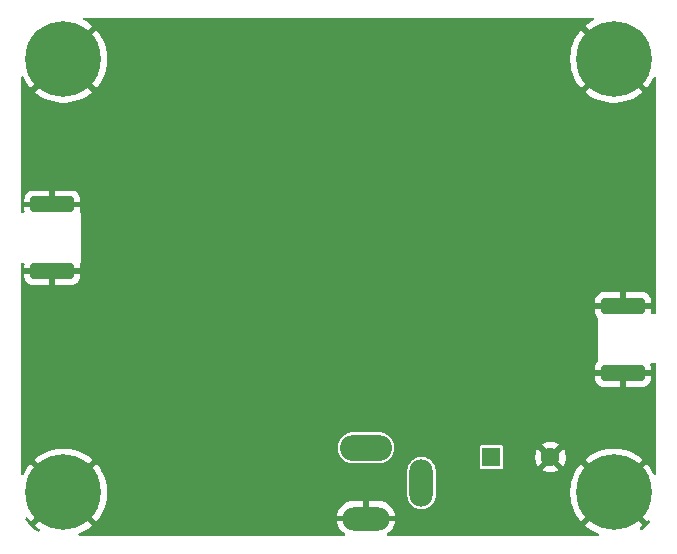
<source format=gbr>
%TF.GenerationSoftware,KiCad,Pcbnew,9.0.3*%
%TF.CreationDate,2025-07-25T20:49:55+05:30*%
%TF.ProjectId,HF-PA-v10,48462d50-412d-4763-9130-2e6b69636164,rev?*%
%TF.SameCoordinates,Original*%
%TF.FileFunction,Copper,L2,Bot*%
%TF.FilePolarity,Positive*%
%FSLAX46Y46*%
G04 Gerber Fmt 4.6, Leading zero omitted, Abs format (unit mm)*
G04 Created by KiCad (PCBNEW 9.0.3) date 2025-07-25 20:49:55*
%MOMM*%
%LPD*%
G01*
G04 APERTURE LIST*
G04 Aperture macros list*
%AMRoundRect*
0 Rectangle with rounded corners*
0 $1 Rounding radius*
0 $2 $3 $4 $5 $6 $7 $8 $9 X,Y pos of 4 corners*
0 Add a 4 corners polygon primitive as box body*
4,1,4,$2,$3,$4,$5,$6,$7,$8,$9,$2,$3,0*
0 Add four circle primitives for the rounded corners*
1,1,$1+$1,$2,$3*
1,1,$1+$1,$4,$5*
1,1,$1+$1,$6,$7*
1,1,$1+$1,$8,$9*
0 Add four rect primitives between the rounded corners*
20,1,$1+$1,$2,$3,$4,$5,0*
20,1,$1+$1,$4,$5,$6,$7,0*
20,1,$1+$1,$6,$7,$8,$9,0*
20,1,$1+$1,$8,$9,$2,$3,0*%
G04 Aperture macros list end*
%TA.AperFunction,ComponentPad*%
%ADD10C,0.800000*%
%TD*%
%TA.AperFunction,ComponentPad*%
%ADD11C,6.400000*%
%TD*%
%TA.AperFunction,SMDPad,CuDef*%
%ADD12RoundRect,0.250000X1.600000X-0.425000X1.600000X0.425000X-1.600000X0.425000X-1.600000X-0.425000X0*%
%TD*%
%TA.AperFunction,ComponentPad*%
%ADD13O,4.400000X2.200000*%
%TD*%
%TA.AperFunction,ComponentPad*%
%ADD14O,4.000000X2.000000*%
%TD*%
%TA.AperFunction,ComponentPad*%
%ADD15O,2.000000X4.000000*%
%TD*%
%TA.AperFunction,SMDPad,CuDef*%
%ADD16RoundRect,0.250000X-1.600000X0.425000X-1.600000X-0.425000X1.600000X-0.425000X1.600000X0.425000X0*%
%TD*%
%TA.AperFunction,ComponentPad*%
%ADD17R,1.600000X1.600000*%
%TD*%
%TA.AperFunction,ComponentPad*%
%ADD18C,1.600000*%
%TD*%
%TA.AperFunction,ViaPad*%
%ADD19C,0.800000*%
%TD*%
G04 APERTURE END LIST*
D10*
%TO.P,H3,1,1*%
%TO.N,GND*%
X1310000Y-40260000D03*
X2012944Y-38562944D03*
X2012944Y-41957056D03*
X3710000Y-37860000D03*
D11*
X3710000Y-40260000D03*
D10*
X3710000Y-42660000D03*
X5407056Y-38562944D03*
X5407056Y-41957056D03*
X6110000Y-40260000D03*
%TD*%
D12*
%TO.P,RF_OUT1,2,Ext*%
%TO.N,GND*%
X51087500Y-24475000D03*
X51087500Y-30125000D03*
%TD*%
D13*
%TO.P,Power1,1*%
%TO.N,+VDC*%
X29320000Y-36465000D03*
D14*
%TO.P,Power1,2*%
%TO.N,GND*%
X29320000Y-42465000D03*
D15*
%TO.P,Power1,3*%
%TO.N,unconnected-(Power1-Pad3)*%
X34020000Y-39465000D03*
%TD*%
D10*
%TO.P,H4,1,1*%
%TO.N,GND*%
X47910000Y-40260000D03*
X48612944Y-38562944D03*
X48612944Y-41957056D03*
X50310000Y-37860000D03*
D11*
X50310000Y-40260000D03*
D10*
X50310000Y-42660000D03*
X52007056Y-38562944D03*
X52007056Y-41957056D03*
X52710000Y-40260000D03*
%TD*%
D16*
%TO.P,RF_IN1,2,Ext*%
%TO.N,GND*%
X2750000Y-21525000D03*
X2750000Y-15875000D03*
%TD*%
D17*
%TO.P,C6,1*%
%TO.N,+VDC*%
X39942349Y-37265000D03*
D18*
%TO.P,C6,2*%
%TO.N,GND*%
X44942349Y-37265000D03*
%TD*%
D10*
%TO.P,H1,1,1*%
%TO.N,GND*%
X1310000Y-3560000D03*
X2012944Y-1862944D03*
X2012944Y-5257056D03*
X3710000Y-1160000D03*
D11*
X3710000Y-3560000D03*
D10*
X3710000Y-5960000D03*
X5407056Y-1862944D03*
X5407056Y-5257056D03*
X6110000Y-3560000D03*
%TD*%
%TO.P,H2,1,1*%
%TO.N,GND*%
X47910000Y-3560000D03*
X48612944Y-1862944D03*
X48612944Y-5257056D03*
X50310000Y-1160000D03*
D11*
X50310000Y-3560000D03*
D10*
X50310000Y-5960000D03*
X52007056Y-1862944D03*
X52007056Y-5257056D03*
X52710000Y-3560000D03*
%TD*%
D19*
%TO.N,GND*%
X12750000Y-19750000D03*
X12750000Y-18950000D03*
X37485000Y-17160000D03*
X2700000Y-12300000D03*
X37470000Y-32910000D03*
X40360000Y-11760000D03*
X12775000Y-17450000D03*
X17070000Y-31710000D03*
X52360000Y-11010000D03*
X41410000Y-41910000D03*
X17010000Y-40160000D03*
X23135000Y-17160000D03*
X36035000Y-6160000D03*
X30285000Y-4760000D03*
X43760000Y-30110000D03*
X30160000Y-1960000D03*
X23610000Y-28900000D03*
X24435000Y-3460000D03*
X7295000Y-24730000D03*
X11560000Y-1960000D03*
X25910000Y-3460000D03*
X34535000Y-4760000D03*
X38985000Y-13060000D03*
X34585000Y-8510000D03*
X27485000Y-11760000D03*
X23135000Y-8510000D03*
X18490000Y-35090000D03*
X41835000Y-13060000D03*
X3800000Y-36100000D03*
X23135000Y-14460000D03*
X11565000Y-15500000D03*
X42260000Y-30110000D03*
X14010000Y-40160000D03*
X22110000Y-22950000D03*
X46310000Y-9460000D03*
X37410000Y-6160000D03*
X23135000Y-15760000D03*
X25985000Y-14460000D03*
X44660000Y-21760000D03*
X44560000Y-8510000D03*
X7295000Y-23240000D03*
X9280000Y-11790000D03*
X46160000Y-23260000D03*
X44660000Y-23260000D03*
X41835000Y-17160000D03*
X45260000Y-31610000D03*
X17070000Y-27160000D03*
X18410000Y-27160000D03*
X38885000Y-3460000D03*
X23060000Y-1960000D03*
X47810000Y-12510000D03*
X4200000Y-12300000D03*
X38885000Y-6160000D03*
X40360000Y-14460000D03*
X8265000Y-8540000D03*
X47810000Y-7960000D03*
X22110000Y-25900000D03*
X40130000Y-42920000D03*
X25985000Y-8510000D03*
X37485000Y-11760000D03*
X11570000Y-7370000D03*
X17185000Y-6210000D03*
X27435000Y-3460000D03*
X18410000Y-25960000D03*
X8010000Y-40160000D03*
X8250000Y-7490000D03*
X17020000Y-42590000D03*
X46310000Y-6460000D03*
X37485000Y-14460000D03*
X16970000Y-12260000D03*
X43185000Y-17160000D03*
X38985000Y-15760000D03*
X37485000Y-15760000D03*
X18410000Y-31710000D03*
X14310000Y-6210000D03*
X12845000Y-10120000D03*
X44660000Y-6160000D03*
X33110000Y-17160000D03*
X34585000Y-10160000D03*
X12845000Y-11620000D03*
X37410000Y-4760000D03*
X11610000Y-37200000D03*
X20190000Y-2890000D03*
X28810000Y-4760000D03*
X10370000Y-14460000D03*
X43185000Y-15760000D03*
X25110000Y-27400000D03*
X5300000Y-36100000D03*
X25970000Y-7460000D03*
X49520000Y-17010000D03*
X20610000Y-22950000D03*
X14480000Y-35210000D03*
X28745000Y-7460000D03*
X50885000Y-14010000D03*
X36010000Y-1960000D03*
X47710000Y-21760000D03*
X10295000Y-1960000D03*
X47810000Y-15510000D03*
X12510000Y-40160000D03*
X40385000Y-4760000D03*
X25985000Y-10160000D03*
X3820000Y-30150000D03*
X5700000Y-13800000D03*
X24435000Y-6210000D03*
X38970000Y-32910000D03*
X18470000Y-10760000D03*
X12510000Y-41360000D03*
X51020000Y-33090000D03*
X41760000Y-1960000D03*
X2700000Y-9350000D03*
X22140000Y-33140000D03*
X11610000Y-35700000D03*
X23610000Y-25900000D03*
X4220000Y-9350000D03*
X19970000Y-12260000D03*
X25130000Y-22950000D03*
X43170000Y-7460000D03*
X30220000Y-7460000D03*
X38985000Y-11760000D03*
X5820000Y-23240000D03*
X10295000Y-6210000D03*
X5320000Y-30150000D03*
X43185000Y-11760000D03*
X23060000Y-6210000D03*
X23630000Y-24450000D03*
X41410000Y-42910000D03*
X38885000Y-4760000D03*
X22110000Y-27400000D03*
X38985000Y-8510000D03*
X30285000Y-3460000D03*
X51310000Y-18710000D03*
X30285000Y-6160000D03*
X38910000Y-1960000D03*
X41835000Y-14460000D03*
X27485000Y-10160000D03*
X12835000Y-3460000D03*
X9280000Y-10190000D03*
X36085000Y-15760000D03*
X4200000Y-10800000D03*
X2700000Y-13800000D03*
X31735000Y-10160000D03*
X47810000Y-9460000D03*
X37470000Y-7460000D03*
X9205000Y-6240000D03*
X14320000Y-7370000D03*
X52810000Y-20210000D03*
X24510000Y-10160000D03*
X5700000Y-12300000D03*
X25140000Y-31640000D03*
X31720000Y-7460000D03*
X20160000Y-6210000D03*
X41835000Y-8510000D03*
X23610000Y-30450000D03*
X25110000Y-30450000D03*
X9280000Y-13090000D03*
X38985000Y-10160000D03*
X31785000Y-4760000D03*
X43160000Y-21760000D03*
X18410000Y-17040000D03*
X45260000Y-30110000D03*
X23135000Y-11760000D03*
X27485000Y-15760000D03*
X9265000Y-7490000D03*
X30235000Y-11760000D03*
X31785000Y-3460000D03*
X41785000Y-3460000D03*
X38985000Y-14460000D03*
X45910000Y-42910000D03*
X5720000Y-9350000D03*
X20160000Y-4710000D03*
X40360000Y-8510000D03*
X8835000Y-35700000D03*
X8190000Y-1990000D03*
X3800000Y-33100000D03*
X31785000Y-6160000D03*
X52810000Y-21760000D03*
X24495000Y-7460000D03*
X25110000Y-25900000D03*
X19970000Y-9260000D03*
X51310000Y-21760000D03*
X23410000Y-35110000D03*
X18410000Y-24410000D03*
X24510000Y-13060000D03*
X45910000Y-41910000D03*
X11565000Y-13050000D03*
X25110000Y-28900000D03*
X49510000Y-11010000D03*
X18520000Y-42590000D03*
X8190000Y-4740000D03*
X43185000Y-14460000D03*
X25910000Y-4710000D03*
X44560000Y-15760000D03*
X18660000Y-1960000D03*
X43185000Y-10160000D03*
X10370000Y-13060000D03*
X4520000Y-26230000D03*
X3820000Y-31650000D03*
X44410000Y-41910000D03*
X30235000Y-8510000D03*
X52360000Y-15510000D03*
X8795000Y-23240000D03*
X23060000Y-4710000D03*
X18470000Y-13760000D03*
X9280000Y-8540000D03*
X8795000Y-24730000D03*
X11560000Y-6210000D03*
X28760000Y-8510000D03*
X20160000Y-1960000D03*
X2700000Y-10800000D03*
X5320000Y-31650000D03*
X9205000Y-4740000D03*
X43185000Y-13060000D03*
X33095000Y-7460000D03*
X34510000Y-1960000D03*
X17185000Y-1960000D03*
X44560000Y-10160000D03*
X20610000Y-25900000D03*
X5300000Y-33100000D03*
X30235000Y-14460000D03*
X9280000Y-15490000D03*
X37485000Y-8510000D03*
X49530000Y-9490000D03*
X42910000Y-42910000D03*
X34535000Y-3460000D03*
X5820000Y-24730000D03*
X41785000Y-6160000D03*
X31735000Y-17160000D03*
X2300000Y-31650000D03*
X36085000Y-10160000D03*
X46310000Y-17060000D03*
X43185000Y-8510000D03*
X9280000Y-14490000D03*
X41785000Y-4760000D03*
X41820000Y-7460000D03*
X21560000Y-1960000D03*
X22140000Y-31640000D03*
X19970000Y-10760000D03*
X25985000Y-13060000D03*
X52810000Y-17210000D03*
X44485000Y-1960000D03*
X33110000Y-14460000D03*
X38970000Y-7460000D03*
X10355000Y-7460000D03*
X18490000Y-36590000D03*
X8265000Y-10190000D03*
X44545000Y-7460000D03*
X17010000Y-41360000D03*
X9205000Y-1990000D03*
X36085000Y-13060000D03*
X4520000Y-24730000D03*
X22110000Y-24450000D03*
X18410000Y-20040000D03*
X16970000Y-13760000D03*
X50885000Y-12510000D03*
X11565000Y-14300000D03*
X44410000Y-42910000D03*
X2300000Y-34600000D03*
X47810000Y-14010000D03*
X41835000Y-10160000D03*
X52360000Y-12510000D03*
X12840000Y-14300000D03*
X12835000Y-6210000D03*
X20630000Y-21460000D03*
X11010000Y-40160000D03*
X31735000Y-15760000D03*
X30235000Y-15760000D03*
X50905000Y-7990000D03*
X36035000Y-3460000D03*
X52360000Y-14010000D03*
X44660000Y-3460000D03*
X12845000Y-8870000D03*
X8010000Y-41360000D03*
X49510000Y-14010000D03*
X33110000Y-10160000D03*
X41835000Y-11760000D03*
X37485000Y-10160000D03*
X37485000Y-13060000D03*
X8265000Y-14490000D03*
X43285000Y-4760000D03*
X2300000Y-30150000D03*
X33110000Y-11760000D03*
X21590000Y-2890000D03*
X46310000Y-12510000D03*
X18660000Y-4710000D03*
X47810000Y-17060000D03*
X46160000Y-21760000D03*
X18690000Y-2890000D03*
X17730000Y-33110000D03*
X11560000Y-3460000D03*
X33110000Y-8510000D03*
X40360000Y-17160000D03*
X12800000Y-21100000D03*
X30235000Y-13060000D03*
X24510000Y-17160000D03*
X10370000Y-8510000D03*
X17070000Y-22910000D03*
X37410000Y-3460000D03*
X34585000Y-14460000D03*
X2300000Y-36100000D03*
X3800000Y-34600000D03*
X14310000Y-1960000D03*
X37410000Y-1960000D03*
X47710000Y-23260000D03*
X28810000Y-6160000D03*
X26590000Y-32610000D03*
X41835000Y-15760000D03*
X28760000Y-11760000D03*
X11570000Y-11620000D03*
X28760000Y-10160000D03*
X40385000Y-3460000D03*
X14320000Y-8870000D03*
X34585000Y-17160000D03*
X33060000Y-3460000D03*
X9205000Y-3490000D03*
X24435000Y-4710000D03*
X15840000Y-2890000D03*
X27470000Y-7460000D03*
X27410000Y-1960000D03*
X18660000Y-6210000D03*
X23060000Y-3460000D03*
X50905000Y-9490000D03*
X24510000Y-8510000D03*
X21910000Y-36610000D03*
X34585000Y-13060000D03*
X17070000Y-21410000D03*
X51310000Y-20210000D03*
X28685000Y-1960000D03*
X34585000Y-15760000D03*
X14315000Y-13050000D03*
X25140000Y-33140000D03*
X36035000Y-4760000D03*
X19970000Y-13760000D03*
X23410000Y-36610000D03*
X44560000Y-11760000D03*
X50885000Y-15510000D03*
X28810000Y-3460000D03*
X36085000Y-11760000D03*
X52380000Y-9490000D03*
X23640000Y-33140000D03*
X27435000Y-6160000D03*
X8190000Y-3490000D03*
X2700000Y-7850000D03*
X17070000Y-25960000D03*
X27485000Y-17160000D03*
X10370000Y-10160000D03*
X44560000Y-14460000D03*
X50885000Y-11010000D03*
X16970000Y-9260000D03*
X44660000Y-4760000D03*
X14480000Y-36410000D03*
X14320000Y-10120000D03*
X36085000Y-14460000D03*
X11560000Y-4710000D03*
X33110000Y-15760000D03*
X30235000Y-17160000D03*
X44560000Y-17160000D03*
X23610000Y-27400000D03*
X5700000Y-10800000D03*
X21910000Y-35110000D03*
X17185000Y-4710000D03*
X44560000Y-13060000D03*
X14315000Y-14300000D03*
X24510000Y-11760000D03*
X49510000Y-15510000D03*
X23120000Y-7460000D03*
X43760000Y-31610000D03*
X5720000Y-7850000D03*
X24435000Y-1960000D03*
X24510000Y-14460000D03*
X16970000Y-10760000D03*
X23640000Y-31640000D03*
X40130000Y-41920000D03*
X8835000Y-37200000D03*
X40385000Y-6160000D03*
X49510000Y-12510000D03*
X28760000Y-14460000D03*
X25985000Y-15760000D03*
X2300000Y-33100000D03*
X27435000Y-4760000D03*
X28760000Y-15760000D03*
X11010000Y-41360000D03*
X31735000Y-8510000D03*
X46310000Y-14010000D03*
X10295000Y-3460000D03*
X43110000Y-1960000D03*
X46310000Y-10960000D03*
X36085000Y-17160000D03*
X23135000Y-10160000D03*
X25910000Y-1960000D03*
X20610000Y-27400000D03*
X8265000Y-11790000D03*
X24510000Y-15760000D03*
X31660000Y-1960000D03*
X10370000Y-11760000D03*
X38985000Y-17160000D03*
X10295000Y-4710000D03*
X27485000Y-8510000D03*
X30235000Y-10160000D03*
X27485000Y-14460000D03*
X23135000Y-13060000D03*
X11610000Y-34200000D03*
X51310000Y-17210000D03*
X31735000Y-13060000D03*
X10370000Y-15460000D03*
X11570000Y-10120000D03*
X33035000Y-1960000D03*
X14310000Y-4710000D03*
X33110000Y-13060000D03*
X34585000Y-11760000D03*
X20610000Y-24450000D03*
X36085000Y-8510000D03*
X8265000Y-15490000D03*
X33060000Y-4760000D03*
X37470000Y-34410000D03*
X28760000Y-17160000D03*
X15810000Y-1960000D03*
X34535000Y-6160000D03*
X5300000Y-34600000D03*
X46310000Y-15510000D03*
X28760000Y-13060000D03*
X14010000Y-41360000D03*
X46760000Y-31610000D03*
X4220000Y-7850000D03*
X34570000Y-7460000D03*
X14310000Y-3460000D03*
X12840000Y-15500000D03*
X12845000Y-7370000D03*
X8835000Y-34200000D03*
X40360000Y-15760000D03*
X52520000Y-33090000D03*
X18410000Y-22910000D03*
X17070000Y-24410000D03*
X11570000Y-8870000D03*
X12840000Y-13050000D03*
X46310000Y-7960000D03*
X40360000Y-10160000D03*
X27485000Y-13060000D03*
X25130000Y-24450000D03*
X31735000Y-14460000D03*
X40345000Y-7460000D03*
X4200000Y-13800000D03*
X49530000Y-7990000D03*
X25910000Y-6210000D03*
X33060000Y-6160000D03*
X12835000Y-4710000D03*
X36070000Y-7460000D03*
X52810000Y-18710000D03*
X26590000Y-34160000D03*
X43160000Y-23260000D03*
X22110000Y-30450000D03*
X43285000Y-3460000D03*
X43285000Y-6160000D03*
X31735000Y-11760000D03*
X47810000Y-10960000D03*
X22110000Y-28900000D03*
X48020000Y-31590000D03*
X42260000Y-31610000D03*
X4520000Y-23230000D03*
X14315000Y-15500000D03*
X14320000Y-11620000D03*
X52380000Y-7990000D03*
X52520000Y-34590000D03*
X40285000Y-1960000D03*
X40360000Y-13060000D03*
X8265000Y-13090000D03*
X25985000Y-11760000D03*
X18470000Y-12260000D03*
X18400000Y-18475000D03*
X51020000Y-34590000D03*
X18410000Y-21410000D03*
X25985000Y-17160000D03*
X17215000Y-2890000D03*
X8190000Y-6240000D03*
X23630000Y-22950000D03*
X12835000Y-1960000D03*
X18470000Y-9260000D03*
%TD*%
%TA.AperFunction,Conductor*%
%TO.N,GND*%
G36*
X48598801Y-70185D02*
G01*
X48644556Y-122989D01*
X48654500Y-192147D01*
X48625475Y-255703D01*
X48590215Y-283858D01*
X48405537Y-382570D01*
X48405519Y-382581D01*
X48103258Y-584545D01*
X48103254Y-584548D01*
X47875233Y-771679D01*
X47875233Y-771680D01*
X48754556Y-1651003D01*
X48662672Y-1612944D01*
X48563216Y-1612944D01*
X48471330Y-1651004D01*
X48401004Y-1721330D01*
X48362944Y-1813216D01*
X48362944Y-1912672D01*
X48401003Y-2004556D01*
X47521680Y-1125233D01*
X47521679Y-1125233D01*
X47334548Y-1353254D01*
X47334545Y-1353258D01*
X47132581Y-1655519D01*
X47132570Y-1655537D01*
X46961209Y-1976130D01*
X46961207Y-1976135D01*
X46822086Y-2312002D01*
X46716553Y-2659898D01*
X46716550Y-2659909D01*
X46645632Y-3016443D01*
X46610000Y-3378234D01*
X46610000Y-3741765D01*
X46645632Y-4103556D01*
X46716550Y-4460090D01*
X46716553Y-4460101D01*
X46822086Y-4807997D01*
X46961207Y-5143864D01*
X46961209Y-5143869D01*
X47132570Y-5464462D01*
X47132581Y-5464480D01*
X47334551Y-5766750D01*
X47521678Y-5994765D01*
X47521679Y-5994766D01*
X49015747Y-4500697D01*
X49089588Y-4602330D01*
X49267670Y-4780412D01*
X49369301Y-4854251D01*
X48824885Y-5398666D01*
X48862944Y-5306784D01*
X48862944Y-5207328D01*
X48824884Y-5115442D01*
X48754558Y-5045116D01*
X48662672Y-5007056D01*
X48563216Y-5007056D01*
X48471330Y-5045116D01*
X48401004Y-5115442D01*
X48362944Y-5207328D01*
X48362944Y-5306784D01*
X48401004Y-5398670D01*
X48471330Y-5468996D01*
X48563216Y-5507056D01*
X48662672Y-5507056D01*
X48754554Y-5468997D01*
X47875232Y-6348319D01*
X47875233Y-6348320D01*
X48103249Y-6535448D01*
X48405519Y-6737418D01*
X48405537Y-6737429D01*
X48726130Y-6908790D01*
X48726135Y-6908792D01*
X49062002Y-7047913D01*
X49409898Y-7153446D01*
X49409909Y-7153449D01*
X49766443Y-7224367D01*
X50128234Y-7260000D01*
X50491766Y-7260000D01*
X50853556Y-7224367D01*
X51210090Y-7153449D01*
X51210101Y-7153446D01*
X51557997Y-7047913D01*
X51893864Y-6908792D01*
X51893869Y-6908790D01*
X52214462Y-6737429D01*
X52214480Y-6737418D01*
X52516736Y-6535457D01*
X52516750Y-6535447D01*
X52744765Y-6348320D01*
X52744766Y-6348319D01*
X51865443Y-5468996D01*
X51957328Y-5507056D01*
X52056784Y-5507056D01*
X52148670Y-5468996D01*
X52218996Y-5398670D01*
X52257056Y-5306784D01*
X52257056Y-5207328D01*
X52218996Y-5115443D01*
X53098319Y-5994766D01*
X53098320Y-5994765D01*
X53285447Y-5766750D01*
X53285457Y-5766736D01*
X53487418Y-5464480D01*
X53487429Y-5464462D01*
X53658790Y-5143869D01*
X53658795Y-5143857D01*
X53671439Y-5113334D01*
X53715279Y-5058930D01*
X53781573Y-5036865D01*
X53849273Y-5054144D01*
X53896884Y-5105281D01*
X53910000Y-5160786D01*
X53910000Y-25026000D01*
X53890315Y-25093039D01*
X53837511Y-25138794D01*
X53786000Y-25150000D01*
X53554379Y-25150000D01*
X53487340Y-25130315D01*
X53441585Y-25077511D01*
X53431021Y-25013397D01*
X53437499Y-24949986D01*
X53437500Y-24949973D01*
X53437500Y-24725000D01*
X48737501Y-24725000D01*
X48737501Y-24949986D01*
X48747994Y-25052697D01*
X48803141Y-25219119D01*
X48803143Y-25219124D01*
X48895184Y-25368345D01*
X48913681Y-25386842D01*
X48947166Y-25448165D01*
X48950000Y-25474523D01*
X48950000Y-29125477D01*
X48930315Y-29192516D01*
X48913681Y-29213158D01*
X48895184Y-29231654D01*
X48803143Y-29380875D01*
X48803141Y-29380880D01*
X48747994Y-29547302D01*
X48747993Y-29547309D01*
X48737500Y-29650013D01*
X48737500Y-29875000D01*
X53437499Y-29875000D01*
X53437499Y-29650028D01*
X53437498Y-29650013D01*
X53427006Y-29547304D01*
X53392444Y-29443005D01*
X53390042Y-29373176D01*
X53425773Y-29313134D01*
X53488294Y-29281941D01*
X53510150Y-29280000D01*
X53786000Y-29280000D01*
X53853039Y-29299685D01*
X53898794Y-29352489D01*
X53910000Y-29404000D01*
X53910000Y-38659213D01*
X53890315Y-38726252D01*
X53837511Y-38772007D01*
X53768353Y-38781951D01*
X53704797Y-38752926D01*
X53671439Y-38706666D01*
X53658792Y-38676135D01*
X53658790Y-38676130D01*
X53487429Y-38355537D01*
X53487418Y-38355519D01*
X53285448Y-38053249D01*
X53098320Y-37825233D01*
X53098319Y-37825232D01*
X52218997Y-38704554D01*
X52257056Y-38612672D01*
X52257056Y-38513216D01*
X52218996Y-38421330D01*
X52148670Y-38351004D01*
X52056784Y-38312944D01*
X51957328Y-38312944D01*
X51865442Y-38351004D01*
X51795116Y-38421330D01*
X51757056Y-38513216D01*
X51757056Y-38612672D01*
X51795116Y-38704558D01*
X51865442Y-38774884D01*
X51957328Y-38812944D01*
X52056784Y-38812944D01*
X52148666Y-38774885D01*
X51604251Y-39319300D01*
X51530412Y-39217670D01*
X51352330Y-39039588D01*
X51250698Y-38965748D01*
X52744766Y-37471679D01*
X52744765Y-37471678D01*
X52516750Y-37284551D01*
X52214480Y-37082581D01*
X52214462Y-37082570D01*
X51893869Y-36911209D01*
X51893864Y-36911207D01*
X51557997Y-36772086D01*
X51210101Y-36666553D01*
X51210090Y-36666550D01*
X50853556Y-36595632D01*
X50491766Y-36560000D01*
X50128234Y-36560000D01*
X49766443Y-36595632D01*
X49409909Y-36666550D01*
X49409898Y-36666553D01*
X49062002Y-36772086D01*
X48726135Y-36911207D01*
X48726130Y-36911209D01*
X48405537Y-37082570D01*
X48405519Y-37082581D01*
X48103258Y-37284545D01*
X48103254Y-37284548D01*
X47875233Y-37471679D01*
X47875233Y-37471680D01*
X48754556Y-38351003D01*
X48662672Y-38312944D01*
X48563216Y-38312944D01*
X48471330Y-38351004D01*
X48401004Y-38421330D01*
X48362944Y-38513216D01*
X48362944Y-38612672D01*
X48401003Y-38704556D01*
X47521680Y-37825233D01*
X47521679Y-37825233D01*
X47334548Y-38053254D01*
X47334545Y-38053258D01*
X47132581Y-38355519D01*
X47132570Y-38355537D01*
X46961209Y-38676130D01*
X46961207Y-38676135D01*
X46822086Y-39012002D01*
X46716553Y-39359898D01*
X46716550Y-39359909D01*
X46645632Y-39716443D01*
X46610000Y-40078234D01*
X46610000Y-40441765D01*
X46645632Y-40803556D01*
X46716550Y-41160090D01*
X46716553Y-41160101D01*
X46822086Y-41507997D01*
X46961207Y-41843864D01*
X46961209Y-41843869D01*
X47132570Y-42164462D01*
X47132581Y-42164480D01*
X47334551Y-42466750D01*
X47521678Y-42694765D01*
X47521679Y-42694766D01*
X49015747Y-41200697D01*
X49089588Y-41302330D01*
X49267670Y-41480412D01*
X49369301Y-41554251D01*
X48824885Y-42098666D01*
X48862944Y-42006784D01*
X48862944Y-41907328D01*
X48824884Y-41815442D01*
X48754558Y-41745116D01*
X48662672Y-41707056D01*
X48563216Y-41707056D01*
X48471330Y-41745116D01*
X48401004Y-41815442D01*
X48362944Y-41907328D01*
X48362944Y-42006784D01*
X48401004Y-42098670D01*
X48471330Y-42168996D01*
X48563216Y-42207056D01*
X48662672Y-42207056D01*
X48754554Y-42168997D01*
X47875232Y-43048319D01*
X47875233Y-43048320D01*
X48103249Y-43235448D01*
X48405519Y-43437418D01*
X48405537Y-43437429D01*
X48726130Y-43608790D01*
X48726135Y-43608792D01*
X48972739Y-43710939D01*
X49027142Y-43754780D01*
X49049207Y-43821074D01*
X49031928Y-43888773D01*
X48980791Y-43936384D01*
X48925286Y-43949500D01*
X31210346Y-43949500D01*
X31143307Y-43929815D01*
X31097552Y-43877011D01*
X31087608Y-43807853D01*
X31116633Y-43744297D01*
X31137460Y-43725182D01*
X31297186Y-43609133D01*
X31464133Y-43442186D01*
X31602914Y-43251171D01*
X31710102Y-43040802D01*
X31783065Y-42816247D01*
X31799102Y-42715000D01*
X30753012Y-42715000D01*
X30785925Y-42657993D01*
X30820000Y-42530826D01*
X30820000Y-42399174D01*
X30785925Y-42272007D01*
X30753012Y-42215000D01*
X31799102Y-42215000D01*
X31783065Y-42113752D01*
X31710102Y-41889197D01*
X31602914Y-41678828D01*
X31464133Y-41487813D01*
X31297186Y-41320866D01*
X31106171Y-41182085D01*
X30895802Y-41074897D01*
X30671247Y-41001934D01*
X30671248Y-41001934D01*
X30438052Y-40965000D01*
X29570000Y-40965000D01*
X29570000Y-41965000D01*
X29070000Y-41965000D01*
X29070000Y-40965000D01*
X28201948Y-40965000D01*
X27968752Y-41001934D01*
X27744197Y-41074897D01*
X27533828Y-41182085D01*
X27342813Y-41320866D01*
X27175866Y-41487813D01*
X27037085Y-41678828D01*
X26929897Y-41889197D01*
X26856934Y-42113752D01*
X26840898Y-42215000D01*
X27886988Y-42215000D01*
X27854075Y-42272007D01*
X27820000Y-42399174D01*
X27820000Y-42530826D01*
X27854075Y-42657993D01*
X27886988Y-42715000D01*
X26840898Y-42715000D01*
X26856934Y-42816247D01*
X26929897Y-43040802D01*
X27037085Y-43251171D01*
X27175866Y-43442186D01*
X27342813Y-43609133D01*
X27502540Y-43725182D01*
X27545205Y-43780512D01*
X27551184Y-43850125D01*
X27518578Y-43911920D01*
X27457739Y-43946278D01*
X27429654Y-43949500D01*
X5094714Y-43949500D01*
X5027675Y-43929815D01*
X4981920Y-43877011D01*
X4971976Y-43807853D01*
X5001001Y-43744297D01*
X5047261Y-43710939D01*
X5293864Y-43608792D01*
X5293869Y-43608790D01*
X5614462Y-43437429D01*
X5614480Y-43437418D01*
X5916736Y-43235457D01*
X5916750Y-43235447D01*
X6144765Y-43048320D01*
X6144766Y-43048319D01*
X5265443Y-42168996D01*
X5357328Y-42207056D01*
X5456784Y-42207056D01*
X5548670Y-42168996D01*
X5618996Y-42098670D01*
X5657056Y-42006784D01*
X5657056Y-41907328D01*
X5618996Y-41815443D01*
X6498319Y-42694766D01*
X6498320Y-42694765D01*
X6685447Y-42466750D01*
X6685457Y-42466736D01*
X6874929Y-42183172D01*
X6874929Y-42183171D01*
X6887424Y-42164470D01*
X6887429Y-42164462D01*
X7058790Y-41843869D01*
X7058792Y-41843864D01*
X7197913Y-41507997D01*
X7303446Y-41160101D01*
X7303449Y-41160090D01*
X7374367Y-40803556D01*
X7410000Y-40441765D01*
X7410000Y-40078234D01*
X7374367Y-39716443D01*
X7303449Y-39359909D01*
X7303446Y-39359898D01*
X7197913Y-39012002D01*
X7058792Y-38676135D01*
X7058790Y-38676130D01*
X6924078Y-38424102D01*
X6924077Y-38424101D01*
X6895433Y-38370513D01*
X32819500Y-38370513D01*
X32819500Y-40559486D01*
X32849059Y-40746118D01*
X32907454Y-40925836D01*
X32983405Y-41074897D01*
X32993240Y-41094199D01*
X33104310Y-41247073D01*
X33237927Y-41380690D01*
X33390801Y-41491760D01*
X33470347Y-41532290D01*
X33559163Y-41577545D01*
X33559165Y-41577545D01*
X33559168Y-41577547D01*
X33655497Y-41608846D01*
X33738881Y-41635940D01*
X33925514Y-41665500D01*
X33925519Y-41665500D01*
X34114486Y-41665500D01*
X34301118Y-41635940D01*
X34324191Y-41628443D01*
X34480832Y-41577547D01*
X34649199Y-41491760D01*
X34802073Y-41380690D01*
X34935690Y-41247073D01*
X35046760Y-41094199D01*
X35132547Y-40925832D01*
X35190940Y-40746118D01*
X35211936Y-40613554D01*
X35220500Y-40559486D01*
X35220500Y-38370513D01*
X35190940Y-38183881D01*
X35158729Y-38084748D01*
X35132547Y-38004168D01*
X35132545Y-38004165D01*
X35132545Y-38004163D01*
X35046759Y-37835800D01*
X34935690Y-37682927D01*
X34802073Y-37549310D01*
X34649199Y-37438240D01*
X34612212Y-37419394D01*
X34480836Y-37352454D01*
X34301118Y-37294059D01*
X34114486Y-37264500D01*
X34114481Y-37264500D01*
X33925519Y-37264500D01*
X33925514Y-37264500D01*
X33738881Y-37294059D01*
X33559163Y-37352454D01*
X33390800Y-37438240D01*
X33344776Y-37471679D01*
X33237927Y-37549310D01*
X33237925Y-37549312D01*
X33237924Y-37549312D01*
X33104312Y-37682924D01*
X33104312Y-37682925D01*
X33104310Y-37682927D01*
X33067583Y-37733477D01*
X32993240Y-37835800D01*
X32907454Y-38004163D01*
X32849059Y-38183881D01*
X32819500Y-38370513D01*
X6895433Y-38370513D01*
X6887424Y-38355529D01*
X6887418Y-38355519D01*
X6685448Y-38053249D01*
X6498320Y-37825233D01*
X6498319Y-37825232D01*
X5618997Y-38704554D01*
X5657056Y-38612672D01*
X5657056Y-38513216D01*
X5618996Y-38421330D01*
X5548670Y-38351004D01*
X5456784Y-38312944D01*
X5357328Y-38312944D01*
X5265442Y-38351004D01*
X5195116Y-38421330D01*
X5157056Y-38513216D01*
X5157056Y-38612672D01*
X5195116Y-38704558D01*
X5265442Y-38774884D01*
X5357328Y-38812944D01*
X5456784Y-38812944D01*
X5548666Y-38774885D01*
X5004251Y-39319300D01*
X4930412Y-39217670D01*
X4752330Y-39039588D01*
X4650698Y-38965748D01*
X6144766Y-37471679D01*
X6144765Y-37471678D01*
X5916750Y-37284551D01*
X5614480Y-37082581D01*
X5614462Y-37082570D01*
X5293869Y-36911209D01*
X5293864Y-36911207D01*
X4957997Y-36772086D01*
X4610101Y-36666553D01*
X4610090Y-36666550D01*
X4253556Y-36595632D01*
X3891766Y-36560000D01*
X3528234Y-36560000D01*
X3166443Y-36595632D01*
X2809909Y-36666550D01*
X2809898Y-36666553D01*
X2462002Y-36772086D01*
X2126135Y-36911207D01*
X2126130Y-36911209D01*
X1805537Y-37082570D01*
X1805519Y-37082581D01*
X1503258Y-37284545D01*
X1503254Y-37284548D01*
X1275233Y-37471679D01*
X1275233Y-37471680D01*
X2154556Y-38351003D01*
X2062672Y-38312944D01*
X1963216Y-38312944D01*
X1871330Y-38351004D01*
X1801004Y-38421330D01*
X1762944Y-38513216D01*
X1762944Y-38612672D01*
X1801003Y-38704556D01*
X921680Y-37825233D01*
X921679Y-37825233D01*
X734548Y-38053254D01*
X734545Y-38053258D01*
X532581Y-38355519D01*
X532570Y-38355537D01*
X361209Y-38676130D01*
X361207Y-38676135D01*
X338561Y-38730808D01*
X294720Y-38785211D01*
X228426Y-38807276D01*
X160726Y-38789997D01*
X113116Y-38738859D01*
X100000Y-38683355D01*
X100000Y-36362648D01*
X26919500Y-36362648D01*
X26919500Y-36567352D01*
X26922081Y-36583650D01*
X26951522Y-36769534D01*
X27014781Y-36964223D01*
X27107715Y-37146613D01*
X27228028Y-37312213D01*
X27372786Y-37456971D01*
X27499885Y-37549312D01*
X27538390Y-37577287D01*
X27654607Y-37636503D01*
X27720776Y-37670218D01*
X27720778Y-37670218D01*
X27720781Y-37670220D01*
X27825137Y-37704127D01*
X27915465Y-37733477D01*
X28016557Y-37749488D01*
X28117648Y-37765500D01*
X28117649Y-37765500D01*
X30522351Y-37765500D01*
X30522352Y-37765500D01*
X30724534Y-37733477D01*
X30919219Y-37670220D01*
X31101610Y-37577287D01*
X31246967Y-37471680D01*
X31267213Y-37456971D01*
X31267215Y-37456968D01*
X31267219Y-37456966D01*
X31411966Y-37312219D01*
X31411968Y-37312215D01*
X31411971Y-37312213D01*
X31484532Y-37212339D01*
X31532287Y-37146610D01*
X31625220Y-36964219D01*
X31688477Y-36769534D01*
X31720500Y-36567352D01*
X31720500Y-36445247D01*
X38941849Y-36445247D01*
X38941849Y-38084752D01*
X38953480Y-38143229D01*
X38953481Y-38143230D01*
X38997796Y-38209552D01*
X39064118Y-38253867D01*
X39064119Y-38253868D01*
X39122596Y-38265499D01*
X39122599Y-38265500D01*
X39122601Y-38265500D01*
X40762099Y-38265500D01*
X40762100Y-38265499D01*
X40776917Y-38262552D01*
X40820578Y-38253868D01*
X40820578Y-38253867D01*
X40820580Y-38253867D01*
X40886901Y-38209552D01*
X40931216Y-38143231D01*
X40931216Y-38143229D01*
X40931217Y-38143229D01*
X40942848Y-38084752D01*
X40942849Y-38084750D01*
X40942849Y-37162682D01*
X43642349Y-37162682D01*
X43642349Y-37367317D01*
X43674358Y-37569417D01*
X43737593Y-37764031D01*
X43830490Y-37946350D01*
X43830496Y-37946359D01*
X43862872Y-37990921D01*
X43862873Y-37990922D01*
X44542349Y-37311446D01*
X44542349Y-37317661D01*
X44569608Y-37419394D01*
X44622269Y-37510606D01*
X44696743Y-37585080D01*
X44787955Y-37637741D01*
X44889688Y-37665000D01*
X44895902Y-37665000D01*
X44216425Y-38344474D01*
X44260999Y-38376859D01*
X44443317Y-38469755D01*
X44637931Y-38532990D01*
X44840032Y-38565000D01*
X45044666Y-38565000D01*
X45246766Y-38532990D01*
X45441380Y-38469755D01*
X45623698Y-38376859D01*
X45668270Y-38344474D01*
X44988796Y-37665000D01*
X44995010Y-37665000D01*
X45096743Y-37637741D01*
X45187955Y-37585080D01*
X45262429Y-37510606D01*
X45315090Y-37419394D01*
X45342349Y-37317661D01*
X45342349Y-37311448D01*
X46021823Y-37990922D01*
X46021823Y-37990921D01*
X46054208Y-37946349D01*
X46147104Y-37764031D01*
X46210338Y-37569417D01*
X46221160Y-37501096D01*
X46242349Y-37367317D01*
X46242349Y-37162682D01*
X46210339Y-36960582D01*
X46147104Y-36765968D01*
X46054208Y-36583650D01*
X46021823Y-36539077D01*
X46021823Y-36539076D01*
X45342349Y-37218551D01*
X45342349Y-37212339D01*
X45315090Y-37110606D01*
X45262429Y-37019394D01*
X45187955Y-36944920D01*
X45096743Y-36892259D01*
X44995010Y-36865000D01*
X44988795Y-36865000D01*
X45668271Y-36185524D01*
X45668270Y-36185523D01*
X45623708Y-36153147D01*
X45623699Y-36153141D01*
X45441380Y-36060244D01*
X45246766Y-35997009D01*
X45044666Y-35965000D01*
X44840032Y-35965000D01*
X44637931Y-35997009D01*
X44443317Y-36060244D01*
X44260993Y-36153143D01*
X44216426Y-36185523D01*
X44216426Y-36185524D01*
X44895903Y-36865000D01*
X44889688Y-36865000D01*
X44787955Y-36892259D01*
X44696743Y-36944920D01*
X44622269Y-37019394D01*
X44569608Y-37110606D01*
X44542349Y-37212339D01*
X44542349Y-37218553D01*
X43862873Y-36539077D01*
X43862872Y-36539077D01*
X43830492Y-36583644D01*
X43737593Y-36765968D01*
X43674358Y-36960582D01*
X43642349Y-37162682D01*
X40942849Y-37162682D01*
X40942849Y-36445249D01*
X40942848Y-36445247D01*
X40931217Y-36386770D01*
X40931216Y-36386769D01*
X40886901Y-36320447D01*
X40820579Y-36276132D01*
X40820578Y-36276131D01*
X40762101Y-36264500D01*
X40762097Y-36264500D01*
X39122601Y-36264500D01*
X39122596Y-36264500D01*
X39064119Y-36276131D01*
X39064118Y-36276132D01*
X38997796Y-36320447D01*
X38953481Y-36386769D01*
X38953480Y-36386770D01*
X38941849Y-36445247D01*
X31720500Y-36445247D01*
X31720500Y-36362648D01*
X31688477Y-36160466D01*
X31625220Y-35965781D01*
X31625218Y-35965778D01*
X31625218Y-35965776D01*
X31591503Y-35899607D01*
X31532287Y-35783390D01*
X31524556Y-35772749D01*
X31411971Y-35617786D01*
X31267213Y-35473028D01*
X31101613Y-35352715D01*
X31101612Y-35352714D01*
X31101610Y-35352713D01*
X31044653Y-35323691D01*
X30919223Y-35259781D01*
X30724534Y-35196522D01*
X30549995Y-35168878D01*
X30522352Y-35164500D01*
X28117648Y-35164500D01*
X28093329Y-35168351D01*
X27915465Y-35196522D01*
X27720776Y-35259781D01*
X27538386Y-35352715D01*
X27372786Y-35473028D01*
X27228028Y-35617786D01*
X27107715Y-35783386D01*
X27014781Y-35965776D01*
X26951522Y-36160465D01*
X26926184Y-36320447D01*
X26919500Y-36362648D01*
X100000Y-36362648D01*
X100000Y-30599986D01*
X48737501Y-30599986D01*
X48747994Y-30702697D01*
X48803141Y-30869119D01*
X48803143Y-30869124D01*
X48895184Y-31018345D01*
X49019154Y-31142315D01*
X49168375Y-31234356D01*
X49168380Y-31234358D01*
X49334802Y-31289505D01*
X49334809Y-31289506D01*
X49437519Y-31299999D01*
X50837499Y-31299999D01*
X51337500Y-31299999D01*
X52737472Y-31299999D01*
X52737486Y-31299998D01*
X52840197Y-31289505D01*
X53006619Y-31234358D01*
X53006624Y-31234356D01*
X53155845Y-31142315D01*
X53279815Y-31018345D01*
X53371856Y-30869124D01*
X53371858Y-30869119D01*
X53427005Y-30702697D01*
X53427006Y-30702690D01*
X53437499Y-30599986D01*
X53437500Y-30599973D01*
X53437500Y-30375000D01*
X51337500Y-30375000D01*
X51337500Y-31299999D01*
X50837499Y-31299999D01*
X50837500Y-31299998D01*
X50837500Y-30375000D01*
X48737501Y-30375000D01*
X48737501Y-30599986D01*
X100000Y-30599986D01*
X100000Y-24000013D01*
X48737500Y-24000013D01*
X48737500Y-24225000D01*
X50837500Y-24225000D01*
X51337500Y-24225000D01*
X53437499Y-24225000D01*
X53437499Y-24000028D01*
X53437498Y-24000013D01*
X53427005Y-23897302D01*
X53371858Y-23730880D01*
X53371856Y-23730875D01*
X53279815Y-23581654D01*
X53155845Y-23457684D01*
X53006624Y-23365643D01*
X53006619Y-23365641D01*
X52840197Y-23310494D01*
X52840190Y-23310493D01*
X52737486Y-23300000D01*
X51337500Y-23300000D01*
X51337500Y-24225000D01*
X50837500Y-24225000D01*
X50837500Y-23300000D01*
X49437528Y-23300000D01*
X49437512Y-23300001D01*
X49334802Y-23310494D01*
X49168380Y-23365641D01*
X49168375Y-23365643D01*
X49019154Y-23457684D01*
X48895184Y-23581654D01*
X48803143Y-23730875D01*
X48803141Y-23730880D01*
X48747994Y-23897302D01*
X48747993Y-23897309D01*
X48737500Y-24000013D01*
X100000Y-24000013D01*
X100000Y-21999986D01*
X400001Y-21999986D01*
X410494Y-22102697D01*
X465641Y-22269119D01*
X465643Y-22269124D01*
X557684Y-22418345D01*
X681654Y-22542315D01*
X830875Y-22634356D01*
X830880Y-22634358D01*
X997302Y-22689505D01*
X997309Y-22689506D01*
X1100019Y-22699999D01*
X2499999Y-22699999D01*
X3000000Y-22699999D01*
X4399972Y-22699999D01*
X4399986Y-22699998D01*
X4502697Y-22689505D01*
X4669119Y-22634358D01*
X4669124Y-22634356D01*
X4818345Y-22542315D01*
X4942315Y-22418345D01*
X5034356Y-22269124D01*
X5034358Y-22269119D01*
X5089505Y-22102697D01*
X5089506Y-22102690D01*
X5099999Y-21999986D01*
X5100000Y-21999973D01*
X5100000Y-21775000D01*
X3000000Y-21775000D01*
X3000000Y-22699999D01*
X2499999Y-22699999D01*
X2500000Y-22699998D01*
X2500000Y-21775000D01*
X400001Y-21775000D01*
X400001Y-21999986D01*
X100000Y-21999986D01*
X100000Y-20924000D01*
X119685Y-20856961D01*
X172489Y-20811206D01*
X224000Y-20800000D01*
X288673Y-20800000D01*
X355712Y-20819685D01*
X401467Y-20872489D01*
X411411Y-20941647D01*
X410619Y-20946078D01*
X400000Y-21050013D01*
X400000Y-21275000D01*
X5099999Y-21275000D01*
X5099999Y-21050028D01*
X5099998Y-21050013D01*
X5088818Y-20940569D01*
X5090790Y-20940367D01*
X5095292Y-20880276D01*
X5126387Y-20839025D01*
X5123681Y-20836319D01*
X5160000Y-20800000D01*
X5160000Y-16590000D01*
X5124978Y-16554978D01*
X5091493Y-16493655D01*
X5089301Y-16454693D01*
X5099999Y-16349983D01*
X5100000Y-16349973D01*
X5100000Y-16125000D01*
X400001Y-16125000D01*
X400001Y-16349986D01*
X410566Y-16453398D01*
X397796Y-16522091D01*
X349916Y-16572975D01*
X287208Y-16590000D01*
X224000Y-16590000D01*
X156961Y-16570315D01*
X111206Y-16517511D01*
X100000Y-16466000D01*
X100000Y-15400013D01*
X400000Y-15400013D01*
X400000Y-15625000D01*
X2500000Y-15625000D01*
X3000000Y-15625000D01*
X5099999Y-15625000D01*
X5099999Y-15400028D01*
X5099998Y-15400013D01*
X5089505Y-15297302D01*
X5034358Y-15130880D01*
X5034356Y-15130875D01*
X4942315Y-14981654D01*
X4818345Y-14857684D01*
X4669124Y-14765643D01*
X4669119Y-14765641D01*
X4502697Y-14710494D01*
X4502690Y-14710493D01*
X4399986Y-14700000D01*
X3000000Y-14700000D01*
X3000000Y-15625000D01*
X2500000Y-15625000D01*
X2500000Y-14700000D01*
X1100028Y-14700000D01*
X1100012Y-14700001D01*
X997302Y-14710494D01*
X830880Y-14765641D01*
X830875Y-14765643D01*
X681654Y-14857684D01*
X557684Y-14981654D01*
X465643Y-15130875D01*
X465641Y-15130880D01*
X410494Y-15297302D01*
X410493Y-15297309D01*
X400000Y-15400013D01*
X100000Y-15400013D01*
X100000Y-5136644D01*
X119685Y-5069605D01*
X172489Y-5023850D01*
X241647Y-5013906D01*
X305203Y-5042931D01*
X338561Y-5089192D01*
X361204Y-5143857D01*
X361209Y-5143869D01*
X532570Y-5464462D01*
X532581Y-5464480D01*
X734551Y-5766750D01*
X921678Y-5994765D01*
X921679Y-5994766D01*
X2415747Y-4500697D01*
X2489588Y-4602330D01*
X2667670Y-4780412D01*
X2769301Y-4854251D01*
X2224885Y-5398666D01*
X2262944Y-5306784D01*
X2262944Y-5207328D01*
X2224884Y-5115442D01*
X2154558Y-5045116D01*
X2062672Y-5007056D01*
X1963216Y-5007056D01*
X1871330Y-5045116D01*
X1801004Y-5115442D01*
X1762944Y-5207328D01*
X1762944Y-5306784D01*
X1801004Y-5398670D01*
X1871330Y-5468996D01*
X1963216Y-5507056D01*
X2062672Y-5507056D01*
X2154554Y-5468997D01*
X1275232Y-6348319D01*
X1275233Y-6348320D01*
X1503249Y-6535448D01*
X1805519Y-6737418D01*
X1805537Y-6737429D01*
X2126130Y-6908790D01*
X2126135Y-6908792D01*
X2462002Y-7047913D01*
X2809898Y-7153446D01*
X2809909Y-7153449D01*
X3166443Y-7224367D01*
X3528234Y-7260000D01*
X3891766Y-7260000D01*
X4253556Y-7224367D01*
X4610090Y-7153449D01*
X4610101Y-7153446D01*
X4957997Y-7047913D01*
X5293864Y-6908792D01*
X5293869Y-6908790D01*
X5614462Y-6737429D01*
X5614480Y-6737418D01*
X5916736Y-6535457D01*
X5916750Y-6535447D01*
X6144765Y-6348320D01*
X6144766Y-6348319D01*
X5265443Y-5468996D01*
X5357328Y-5507056D01*
X5456784Y-5507056D01*
X5548670Y-5468996D01*
X5618996Y-5398670D01*
X5657056Y-5306784D01*
X5657056Y-5207328D01*
X5618996Y-5115443D01*
X6498319Y-5994766D01*
X6498320Y-5994765D01*
X6685447Y-5766750D01*
X6685457Y-5766736D01*
X6887418Y-5464480D01*
X6887429Y-5464462D01*
X7058790Y-5143869D01*
X7058792Y-5143864D01*
X7197913Y-4807997D01*
X7303446Y-4460101D01*
X7303449Y-4460090D01*
X7374367Y-4103556D01*
X7410000Y-3741765D01*
X7410000Y-3378234D01*
X7374367Y-3016443D01*
X7303449Y-2659909D01*
X7303446Y-2659898D01*
X7197913Y-2312002D01*
X7058792Y-1976135D01*
X7058790Y-1976130D01*
X6887429Y-1655537D01*
X6887418Y-1655519D01*
X6685448Y-1353249D01*
X6498320Y-1125233D01*
X6498319Y-1125232D01*
X5618997Y-2004554D01*
X5657056Y-1912672D01*
X5657056Y-1813216D01*
X5618996Y-1721330D01*
X5548670Y-1651004D01*
X5456784Y-1612944D01*
X5357328Y-1612944D01*
X5265442Y-1651004D01*
X5195116Y-1721330D01*
X5157056Y-1813216D01*
X5157056Y-1912672D01*
X5195116Y-2004558D01*
X5265442Y-2074884D01*
X5357328Y-2112944D01*
X5456784Y-2112944D01*
X5548666Y-2074885D01*
X5004251Y-2619300D01*
X4930412Y-2517670D01*
X4752330Y-2339588D01*
X4650697Y-2265747D01*
X6144766Y-771679D01*
X6144765Y-771678D01*
X5916750Y-584551D01*
X5614480Y-382581D01*
X5614462Y-382570D01*
X5429785Y-283858D01*
X5379940Y-234896D01*
X5364480Y-166758D01*
X5388312Y-101078D01*
X5443870Y-58710D01*
X5488238Y-50500D01*
X48531762Y-50500D01*
X48598801Y-70185D01*
G37*
%TD.AperFunction*%
%TA.AperFunction,Conductor*%
G36*
X2489588Y-41302330D02*
G01*
X2667670Y-41480412D01*
X2769301Y-41554251D01*
X2224885Y-42098666D01*
X2262944Y-42006784D01*
X2262944Y-41907328D01*
X2224884Y-41815442D01*
X2154558Y-41745116D01*
X2062672Y-41707056D01*
X1963216Y-41707056D01*
X1871330Y-41745116D01*
X1801004Y-41815442D01*
X1762944Y-41907328D01*
X1762944Y-42006784D01*
X1801004Y-42098670D01*
X1871330Y-42168996D01*
X1963216Y-42207056D01*
X2062672Y-42207056D01*
X2154554Y-42168997D01*
X1275232Y-43048319D01*
X1275233Y-43048320D01*
X1503251Y-43235450D01*
X1503256Y-43235454D01*
X1669200Y-43346333D01*
X1688387Y-43369291D01*
X1709444Y-43390564D01*
X1710559Y-43395821D01*
X1714006Y-43399945D01*
X1717735Y-43429637D01*
X1723947Y-43458911D01*
X1722043Y-43463937D01*
X1722713Y-43469270D01*
X1709797Y-43496265D01*
X1699197Y-43524251D01*
X1694877Y-43527449D01*
X1692559Y-43532297D01*
X1667100Y-43548023D01*
X1643051Y-43565836D01*
X1637689Y-43566192D01*
X1633116Y-43569017D01*
X1603188Y-43568482D01*
X1573335Y-43570465D01*
X1566366Y-43567825D01*
X1563257Y-43567770D01*
X1540329Y-43557963D01*
X1436860Y-43500778D01*
X1425094Y-43493385D01*
X1166687Y-43310035D01*
X1155825Y-43301372D01*
X919581Y-43090250D01*
X909749Y-43080418D01*
X698627Y-42844174D01*
X689966Y-42833314D01*
X506611Y-42574900D01*
X499222Y-42563140D01*
X489672Y-42545861D01*
X474471Y-42477665D01*
X498553Y-42412077D01*
X554272Y-42369920D01*
X623938Y-42364580D01*
X685431Y-42397751D01*
X701301Y-42416988D01*
X734551Y-42466750D01*
X921678Y-42694765D01*
X921679Y-42694766D01*
X2415747Y-41200697D01*
X2489588Y-41302330D01*
G37*
%TD.AperFunction*%
%TA.AperFunction,Conductor*%
G36*
X53098319Y-42694766D02*
G01*
X53144900Y-42638007D01*
X53202645Y-42598672D01*
X53272490Y-42596801D01*
X53332259Y-42632988D01*
X53362975Y-42695743D01*
X53354887Y-42765143D01*
X53341884Y-42788426D01*
X53310043Y-42833302D01*
X53301372Y-42844174D01*
X53090250Y-43080418D01*
X53080418Y-43090250D01*
X52844174Y-43301372D01*
X52833302Y-43310042D01*
X52707749Y-43399127D01*
X52641684Y-43421867D01*
X52573812Y-43405280D01*
X52525682Y-43354631D01*
X52512576Y-43286001D01*
X52538654Y-43221181D01*
X52557330Y-43202144D01*
X52744766Y-43048320D01*
X52744766Y-43048319D01*
X51865443Y-42168996D01*
X51957328Y-42207056D01*
X52056784Y-42207056D01*
X52148670Y-42168996D01*
X52218996Y-42098670D01*
X52257056Y-42006784D01*
X52257056Y-41907328D01*
X52218996Y-41815443D01*
X53098319Y-42694766D01*
G37*
%TD.AperFunction*%
%TA.AperFunction,Conductor*%
G36*
X5548668Y-41745115D02*
G01*
X5456784Y-41707056D01*
X5357328Y-41707056D01*
X5265442Y-41745116D01*
X5195116Y-41815442D01*
X5157056Y-41907328D01*
X5157056Y-42006784D01*
X5195115Y-42098668D01*
X4650698Y-41554251D01*
X4752330Y-41480412D01*
X4930412Y-41302330D01*
X5004251Y-41200698D01*
X5548668Y-41745115D01*
G37*
%TD.AperFunction*%
%TA.AperFunction,Conductor*%
G36*
X52148668Y-41745115D02*
G01*
X52056784Y-41707056D01*
X51957328Y-41707056D01*
X51865442Y-41745116D01*
X51795116Y-41815442D01*
X51757056Y-41907328D01*
X51757056Y-42006784D01*
X51795115Y-42098668D01*
X51250698Y-41554251D01*
X51352330Y-41480412D01*
X51530412Y-41302330D01*
X51604251Y-41200698D01*
X52148668Y-41745115D01*
G37*
%TD.AperFunction*%
%TA.AperFunction,Conductor*%
G36*
X2769301Y-38965748D02*
G01*
X2667670Y-39039588D01*
X2489588Y-39217670D01*
X2415748Y-39319301D01*
X1871331Y-38774884D01*
X1963216Y-38812944D01*
X2062672Y-38812944D01*
X2154558Y-38774884D01*
X2224884Y-38704558D01*
X2262944Y-38612672D01*
X2262944Y-38513216D01*
X2224884Y-38421331D01*
X2769301Y-38965748D01*
G37*
%TD.AperFunction*%
%TA.AperFunction,Conductor*%
G36*
X49369301Y-38965748D02*
G01*
X49267670Y-39039588D01*
X49089588Y-39217670D01*
X49015748Y-39319301D01*
X48471331Y-38774884D01*
X48563216Y-38812944D01*
X48662672Y-38812944D01*
X48754558Y-38774884D01*
X48824884Y-38704558D01*
X48862944Y-38612672D01*
X48862944Y-38513216D01*
X48824884Y-38421331D01*
X49369301Y-38965748D01*
G37*
%TD.AperFunction*%
%TA.AperFunction,Conductor*%
G36*
X5548668Y-5045115D02*
G01*
X5456784Y-5007056D01*
X5357328Y-5007056D01*
X5265442Y-5045116D01*
X5195116Y-5115442D01*
X5157056Y-5207328D01*
X5157056Y-5306784D01*
X5195115Y-5398668D01*
X4650698Y-4854251D01*
X4752330Y-4780412D01*
X4930412Y-4602330D01*
X5004251Y-4500698D01*
X5548668Y-5045115D01*
G37*
%TD.AperFunction*%
%TA.AperFunction,Conductor*%
G36*
X52148668Y-5045115D02*
G01*
X52056784Y-5007056D01*
X51957328Y-5007056D01*
X51865442Y-5045116D01*
X51795116Y-5115442D01*
X51757056Y-5207328D01*
X51757056Y-5306784D01*
X51795115Y-5398668D01*
X51250698Y-4854251D01*
X51352330Y-4780412D01*
X51530412Y-4602330D01*
X51604251Y-4500698D01*
X52148668Y-5045115D01*
G37*
%TD.AperFunction*%
%TA.AperFunction,Conductor*%
G36*
X49369301Y-2265748D02*
G01*
X49267670Y-2339588D01*
X49089588Y-2517670D01*
X49015748Y-2619301D01*
X48471331Y-2074884D01*
X48563216Y-2112944D01*
X48662672Y-2112944D01*
X48754558Y-2074884D01*
X48824884Y-2004558D01*
X48862944Y-1912672D01*
X48862944Y-1813216D01*
X48824884Y-1721331D01*
X49369301Y-2265748D01*
G37*
%TD.AperFunction*%
%TD*%
M02*

</source>
